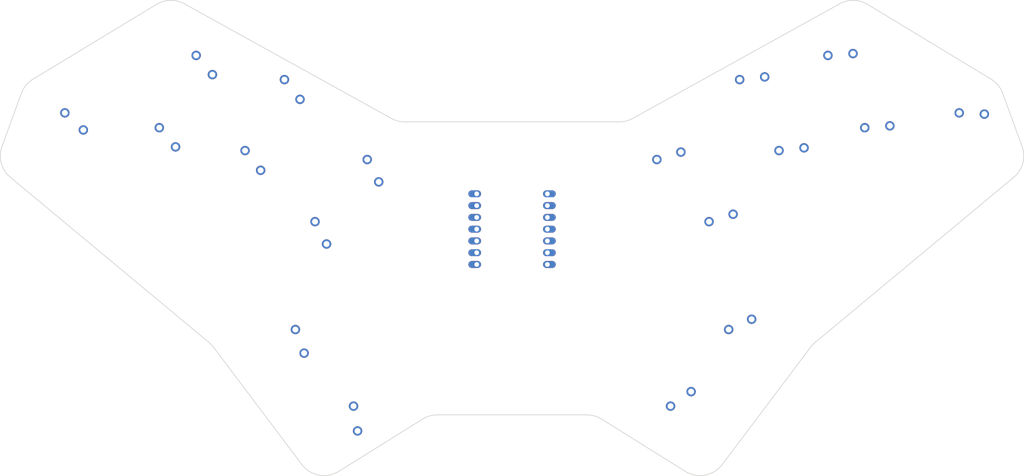
<source format=kicad_pcb>


(kicad_pcb (version 20171130) (host pcbnew 5.1.6)

  (page A3)
  (title_block
    (title "xs18")
    (rev "0.1")
    (company "Roming22")
  )

  (general
    (thickness 1.6)
  )

  (layers
    (0 F.Cu signal)
    (31 B.Cu signal)
    (32 B.Adhes user)
    (33 F.Adhes user)
    (34 B.Paste user)
    (35 F.Paste user)
    (36 B.SilkS user)
    (37 F.SilkS user)
    (38 B.Mask user)
    (39 F.Mask user)
    (40 Dwgs.User user)
    (41 Cmts.User user)
    (42 Eco1.User user)
    (43 Eco2.User user)
    (44 Edge.Cuts user)
    (45 Margin user)
    (46 B.CrtYd user)
    (47 F.CrtYd user)
    (48 B.Fab user)
    (49 F.Fab user)
  )

  (setup
    (last_trace_width 0.25)
    (trace_clearance 0.2)
    (zone_clearance 0.508)
    (zone_45_only no)
    (trace_min 0.2)
    (via_size 0.8)
    (via_drill 0.4)
    (via_min_size 0.4)
    (via_min_drill 0.3)
    (uvia_size 0.3)
    (uvia_drill 0.1)
    (uvias_allowed no)
    (uvia_min_size 0.2)
    (uvia_min_drill 0.1)
    (edge_width 0.05)
    (segment_width 0.2)
    (pcb_text_width 0.3)
    (pcb_text_size 1.5 1.5)
    (mod_edge_width 0.12)
    (mod_text_size 1 1)
    (mod_text_width 0.15)
    (pad_size 1.524 1.524)
    (pad_drill 0.762)
    (pad_to_mask_clearance 0.05)
    (aux_axis_origin 0 0)
    (visible_elements FFFFFF7F)
    (pcbplotparams
      (layerselection 0x010fc_ffffffff)
      (usegerberextensions false)
      (usegerberattributes true)
      (usegerberadvancedattributes true)
      (creategerberjobfile true)
      (excludeedgelayer true)
      (linewidth 0.100000)
      (plotframeref false)
      (viasonmask false)
      (mode 1)
      (useauxorigin false)
      (hpglpennumber 1)
      (hpglpenspeed 20)
      (hpglpendiameter 15.000000)
      (psnegative false)
      (psa4output false)
      (plotreference true)
      (plotvalue true)
      (plotinvisibletext false)
      (padsonsilk false)
      (subtractmaskfromsilk false)
      (outputformat 1)
      (mirror false)
      (drillshape 1)
      (scaleselection 1)
      (outputdirectory ""))
  )

  (net 0 "")
(net 1 "pinky_home")
(net 2 "P0")
(net 3 "ring_home")
(net 4 "P7")
(net 5 "ring_top")
(net 6 "middle_home")
(net 7 "P2")
(net 8 "middle_top")
(net 9 "index_home")
(net 10 "P1")
(net 11 "index_top")
(net 12 "mirror_pinky_home")
(net 13 "mirror_ring_home")
(net 14 "mirror_ring_top")
(net 15 "mirror_middle_home")
(net 16 "mirror_middle_top")
(net 17 "mirror_index_home")
(net 18 "mirror_index_top")
(net 19 "home_default")
(net 20 "outer_default")
(net 21 "mirror_home_default")
(net 22 "mirror_outer_default")
(net 23 "VCC5")
(net 24 "GND")
(net 25 "VCC3")
(net 26 "P26")
(net 27 "P27")
(net 28 "P28")
(net 29 "P29")
(net 30 "P6")
(net 31 "P4")
(net 32 "P5")

  (net_class Default "This is the default net class."
    (clearance 0.2)
    (trace_width 0.25)
    (via_dia 0.8)
    (via_drill 0.4)
    (uvia_dia 0.3)
    (uvia_drill 0.1)
    (add_net "")
(add_net "pinky_home")
(add_net "P0")
(add_net "ring_home")
(add_net "P7")
(add_net "ring_top")
(add_net "middle_home")
(add_net "P2")
(add_net "middle_top")
(add_net "index_home")
(add_net "P1")
(add_net "index_top")
(add_net "mirror_pinky_home")
(add_net "mirror_ring_home")
(add_net "mirror_ring_top")
(add_net "mirror_middle_home")
(add_net "mirror_middle_top")
(add_net "mirror_index_home")
(add_net "mirror_index_top")
(add_net "home_default")
(add_net "outer_default")
(add_net "mirror_home_default")
(add_net "mirror_outer_default")
(add_net "VCC5")
(add_net "GND")
(add_net "VCC3")
(add_net "P26")
(add_net "P27")
(add_net "P28")
(add_net "P29")
(add_net "P6")
(add_net "P4")
(add_net "P5")
  )

  
        
      (module PG1350 (layer F.Cu) (tedit 5DD50112)
      (at 121.0695081 166.8597441 -20)

      
      (fp_text reference "S1" (at 0 0) (layer F.SilkS) hide (effects (font (size 1.27 1.27) (thickness 0.15))))
      (fp_text value "" (at 0 0) (layer F.SilkS) hide (effects (font (size 1.27 1.27) (thickness 0.15))))

      
      (fp_line (start -7 -6) (end -7 -7) (layer Dwgs.User) (width 0.15))
      (fp_line (start -7 7) (end -6 7) (layer Dwgs.User) (width 0.15))
      (fp_line (start -6 -7) (end -7 -7) (layer Dwgs.User) (width 0.15))
      (fp_line (start -7 7) (end -7 6) (layer Dwgs.User) (width 0.15))
      (fp_line (start 7 6) (end 7 7) (layer Dwgs.User) (width 0.15))
      (fp_line (start 7 -7) (end 6 -7) (layer Dwgs.User) (width 0.15))
      (fp_line (start 6 7) (end 7 7) (layer Dwgs.User) (width 0.15))
      (fp_line (start 7 -7) (end 7 -6) (layer Dwgs.User) (width 0.15))      
      
      
      (pad "" np_thru_hole circle (at 0 0) (size 3.429 3.429) (drill 3.429) (layers *.Cu *.Mask))
        
      
      (pad "" np_thru_hole circle (at 5.5 0) (size 1.7018 1.7018) (drill 1.7018) (layers *.Cu *.Mask))
      (pad "" np_thru_hole circle (at -5.5 0) (size 1.7018 1.7018) (drill 1.7018) (layers *.Cu *.Mask))
      
        
        
            
            (pad 1 thru_hole circle (at 5 -3.8) (size 2.032 2.032) (drill 1.27) (layers *.Cu *.Mask) (net 1 "pinky_home"))
            (pad 2 thru_hole circle (at 0 -5.9) (size 2.032 2.032) (drill 1.27) (layers *.Cu *.Mask) (net 2 "P0"))
          )
        

        
      (module PG1350 (layer F.Cu) (tedit 5DD50112)
      (at 140.7615948 169.7703664 -27)

      
      (fp_text reference "S2" (at 0 0) (layer F.SilkS) hide (effects (font (size 1.27 1.27) (thickness 0.15))))
      (fp_text value "" (at 0 0) (layer F.SilkS) hide (effects (font (size 1.27 1.27) (thickness 0.15))))

      
      (fp_line (start -7 -6) (end -7 -7) (layer Dwgs.User) (width 0.15))
      (fp_line (start -7 7) (end -6 7) (layer Dwgs.User) (width 0.15))
      (fp_line (start -6 -7) (end -7 -7) (layer Dwgs.User) (width 0.15))
      (fp_line (start -7 7) (end -7 6) (layer Dwgs.User) (width 0.15))
      (fp_line (start 7 6) (end 7 7) (layer Dwgs.User) (width 0.15))
      (fp_line (start 7 -7) (end 6 -7) (layer Dwgs.User) (width 0.15))
      (fp_line (start 6 7) (end 7 7) (layer Dwgs.User) (width 0.15))
      (fp_line (start 7 -7) (end 7 -6) (layer Dwgs.User) (width 0.15))      
      
      
      (pad "" np_thru_hole circle (at 0 0) (size 3.429 3.429) (drill 3.429) (layers *.Cu *.Mask))
        
      
      (pad "" np_thru_hole circle (at 5.5 0) (size 1.7018 1.7018) (drill 1.7018) (layers *.Cu *.Mask))
      (pad "" np_thru_hole circle (at -5.5 0) (size 1.7018 1.7018) (drill 1.7018) (layers *.Cu *.Mask))
      
        
        
            
            (pad 1 thru_hole circle (at 5 -3.8) (size 2.032 2.032) (drill 1.27) (layers *.Cu *.Mask) (net 3 "ring_home"))
            (pad 2 thru_hole circle (at 0 -5.9) (size 2.032 2.032) (drill 1.27) (layers *.Cu *.Mask) (net 4 "P7"))
          )
        

        
      (module PG1350 (layer F.Cu) (tedit 5DD50112)
      (at 148.7064285 154.1777522 -27)

      
      (fp_text reference "S3" (at 0 0) (layer F.SilkS) hide (effects (font (size 1.27 1.27) (thickness 0.15))))
      (fp_text value "" (at 0 0) (layer F.SilkS) hide (effects (font (size 1.27 1.27) (thickness 0.15))))

      
      (fp_line (start -7 -6) (end -7 -7) (layer Dwgs.User) (width 0.15))
      (fp_line (start -7 7) (end -6 7) (layer Dwgs.User) (width 0.15))
      (fp_line (start -6 -7) (end -7 -7) (layer Dwgs.User) (width 0.15))
      (fp_line (start -7 7) (end -7 6) (layer Dwgs.User) (width 0.15))
      (fp_line (start 7 6) (end 7 7) (layer Dwgs.User) (width 0.15))
      (fp_line (start 7 -7) (end 6 -7) (layer Dwgs.User) (width 0.15))
      (fp_line (start 6 7) (end 7 7) (layer Dwgs.User) (width 0.15))
      (fp_line (start 7 -7) (end 7 -6) (layer Dwgs.User) (width 0.15))      
      
      
      (pad "" np_thru_hole circle (at 0 0) (size 3.429 3.429) (drill 3.429) (layers *.Cu *.Mask))
        
      
      (pad "" np_thru_hole circle (at 5.5 0) (size 1.7018 1.7018) (drill 1.7018) (layers *.Cu *.Mask))
      (pad "" np_thru_hole circle (at -5.5 0) (size 1.7018 1.7018) (drill 1.7018) (layers *.Cu *.Mask))
      
        
        
            
            (pad 1 thru_hole circle (at 5 -3.8) (size 2.032 2.032) (drill 1.27) (layers *.Cu *.Mask) (net 5 "ring_top"))
            (pad 2 thru_hole circle (at 0 -5.9) (size 2.032 2.032) (drill 1.27) (layers *.Cu *.Mask) (net 4 "P7"))
          )
        

        
      (module PG1350 (layer F.Cu) (tedit 5DD50112)
      (at 159.0611775 174.6051646 -29)

      
      (fp_text reference "S4" (at 0 0) (layer F.SilkS) hide (effects (font (size 1.27 1.27) (thickness 0.15))))
      (fp_text value "" (at 0 0) (layer F.SilkS) hide (effects (font (size 1.27 1.27) (thickness 0.15))))

      
      (fp_line (start -7 -6) (end -7 -7) (layer Dwgs.User) (width 0.15))
      (fp_line (start -7 7) (end -6 7) (layer Dwgs.User) (width 0.15))
      (fp_line (start -6 -7) (end -7 -7) (layer Dwgs.User) (width 0.15))
      (fp_line (start -7 7) (end -7 6) (layer Dwgs.User) (width 0.15))
      (fp_line (start 7 6) (end 7 7) (layer Dwgs.User) (width 0.15))
      (fp_line (start 7 -7) (end 6 -7) (layer Dwgs.User) (width 0.15))
      (fp_line (start 6 7) (end 7 7) (layer Dwgs.User) (width 0.15))
      (fp_line (start 7 -7) (end 7 -6) (layer Dwgs.User) (width 0.15))      
      
      
      (pad "" np_thru_hole circle (at 0 0) (size 3.429 3.429) (drill 3.429) (layers *.Cu *.Mask))
        
      
      (pad "" np_thru_hole circle (at 5.5 0) (size 1.7018 1.7018) (drill 1.7018) (layers *.Cu *.Mask))
      (pad "" np_thru_hole circle (at -5.5 0) (size 1.7018 1.7018) (drill 1.7018) (layers *.Cu *.Mask))
      
        
        
            
            (pad 1 thru_hole circle (at 5 -3.8) (size 2.032 2.032) (drill 1.27) (layers *.Cu *.Mask) (net 6 "middle_home"))
            (pad 2 thru_hole circle (at 0 -5.9) (size 2.032 2.032) (drill 1.27) (layers *.Cu *.Mask) (net 7 "P2"))
          )
        

        
      (module PG1350 (layer F.Cu) (tedit 5DD50112)
      (at 167.5453458 159.2993197 -29)

      
      (fp_text reference "S5" (at 0 0) (layer F.SilkS) hide (effects (font (size 1.27 1.27) (thickness 0.15))))
      (fp_text value "" (at 0 0) (layer F.SilkS) hide (effects (font (size 1.27 1.27) (thickness 0.15))))

      
      (fp_line (start -7 -6) (end -7 -7) (layer Dwgs.User) (width 0.15))
      (fp_line (start -7 7) (end -6 7) (layer Dwgs.User) (width 0.15))
      (fp_line (start -6 -7) (end -7 -7) (layer Dwgs.User) (width 0.15))
      (fp_line (start -7 7) (end -7 6) (layer Dwgs.User) (width 0.15))
      (fp_line (start 7 6) (end 7 7) (layer Dwgs.User) (width 0.15))
      (fp_line (start 7 -7) (end 6 -7) (layer Dwgs.User) (width 0.15))
      (fp_line (start 6 7) (end 7 7) (layer Dwgs.User) (width 0.15))
      (fp_line (start 7 -7) (end 7 -6) (layer Dwgs.User) (width 0.15))      
      
      
      (pad "" np_thru_hole circle (at 0 0) (size 3.429 3.429) (drill 3.429) (layers *.Cu *.Mask))
        
      
      (pad "" np_thru_hole circle (at 5.5 0) (size 1.7018 1.7018) (drill 1.7018) (layers *.Cu *.Mask))
      (pad "" np_thru_hole circle (at -5.5 0) (size 1.7018 1.7018) (drill 1.7018) (layers *.Cu *.Mask))
      
        
        
            
            (pad 1 thru_hole circle (at 5 -3.8) (size 2.032 2.032) (drill 1.27) (layers *.Cu *.Mask) (net 8 "middle_top"))
            (pad 2 thru_hole circle (at 0 -5.9) (size 2.032 2.032) (drill 1.27) (layers *.Cu *.Mask) (net 7 "P2"))
          )
        

        
      (module PG1350 (layer F.Cu) (tedit 5DD50112)
      (at 173.2074041 189.3066705 -40)

      
      (fp_text reference "S6" (at 0 0) (layer F.SilkS) hide (effects (font (size 1.27 1.27) (thickness 0.15))))
      (fp_text value "" (at 0 0) (layer F.SilkS) hide (effects (font (size 1.27 1.27) (thickness 0.15))))

      
      (fp_line (start -7 -6) (end -7 -7) (layer Dwgs.User) (width 0.15))
      (fp_line (start -7 7) (end -6 7) (layer Dwgs.User) (width 0.15))
      (fp_line (start -6 -7) (end -7 -7) (layer Dwgs.User) (width 0.15))
      (fp_line (start -7 7) (end -7 6) (layer Dwgs.User) (width 0.15))
      (fp_line (start 7 6) (end 7 7) (layer Dwgs.User) (width 0.15))
      (fp_line (start 7 -7) (end 6 -7) (layer Dwgs.User) (width 0.15))
      (fp_line (start 6 7) (end 7 7) (layer Dwgs.User) (width 0.15))
      (fp_line (start 7 -7) (end 7 -6) (layer Dwgs.User) (width 0.15))      
      
      
      (pad "" np_thru_hole circle (at 0 0) (size 3.429 3.429) (drill 3.429) (layers *.Cu *.Mask))
        
      
      (pad "" np_thru_hole circle (at 5.5 0) (size 1.7018 1.7018) (drill 1.7018) (layers *.Cu *.Mask))
      (pad "" np_thru_hole circle (at -5.5 0) (size 1.7018 1.7018) (drill 1.7018) (layers *.Cu *.Mask))
      
        
        
            
            (pad 1 thru_hole circle (at 5 -3.8) (size 2.032 2.032) (drill 1.27) (layers *.Cu *.Mask) (net 9 "index_home"))
            (pad 2 thru_hole circle (at 0 -5.9) (size 2.032 2.032) (drill 1.27) (layers *.Cu *.Mask) (net 10 "P1"))
          )
        

        
      (module PG1350 (layer F.Cu) (tedit 5DD50112)
      (at 184.4561872 175.9008927 -40)

      
      (fp_text reference "S7" (at 0 0) (layer F.SilkS) hide (effects (font (size 1.27 1.27) (thickness 0.15))))
      (fp_text value "" (at 0 0) (layer F.SilkS) hide (effects (font (size 1.27 1.27) (thickness 0.15))))

      
      (fp_line (start -7 -6) (end -7 -7) (layer Dwgs.User) (width 0.15))
      (fp_line (start -7 7) (end -6 7) (layer Dwgs.User) (width 0.15))
      (fp_line (start -6 -7) (end -7 -7) (layer Dwgs.User) (width 0.15))
      (fp_line (start -7 7) (end -7 6) (layer Dwgs.User) (width 0.15))
      (fp_line (start 7 6) (end 7 7) (layer Dwgs.User) (width 0.15))
      (fp_line (start 7 -7) (end 6 -7) (layer Dwgs.User) (width 0.15))
      (fp_line (start 6 7) (end 7 7) (layer Dwgs.User) (width 0.15))
      (fp_line (start 7 -7) (end 7 -6) (layer Dwgs.User) (width 0.15))      
      
      
      (pad "" np_thru_hole circle (at 0 0) (size 3.429 3.429) (drill 3.429) (layers *.Cu *.Mask))
        
      
      (pad "" np_thru_hole circle (at 5.5 0) (size 1.7018 1.7018) (drill 1.7018) (layers *.Cu *.Mask))
      (pad "" np_thru_hole circle (at -5.5 0) (size 1.7018 1.7018) (drill 1.7018) (layers *.Cu *.Mask))
      
        
        
            
            (pad 1 thru_hole circle (at 5 -3.8) (size 2.032 2.032) (drill 1.27) (layers *.Cu *.Mask) (net 11 "index_top"))
            (pad 2 thru_hole circle (at 0 -5.9) (size 2.032 2.032) (drill 1.27) (layers *.Cu *.Mask) (net 10 "P1"))
          )
        

        
      (module PG1350 (layer F.Cu) (tedit 5DD50112)
      (at 317.84286629999997 166.8597441 20)

      
      (fp_text reference "S8" (at 0 0) (layer F.SilkS) hide (effects (font (size 1.27 1.27) (thickness 0.15))))
      (fp_text value "" (at 0 0) (layer F.SilkS) hide (effects (font (size 1.27 1.27) (thickness 0.15))))

      
      (fp_line (start -7 -6) (end -7 -7) (layer Dwgs.User) (width 0.15))
      (fp_line (start -7 7) (end -6 7) (layer Dwgs.User) (width 0.15))
      (fp_line (start -6 -7) (end -7 -7) (layer Dwgs.User) (width 0.15))
      (fp_line (start -7 7) (end -7 6) (layer Dwgs.User) (width 0.15))
      (fp_line (start 7 6) (end 7 7) (layer Dwgs.User) (width 0.15))
      (fp_line (start 7 -7) (end 6 -7) (layer Dwgs.User) (width 0.15))
      (fp_line (start 6 7) (end 7 7) (layer Dwgs.User) (width 0.15))
      (fp_line (start 7 -7) (end 7 -6) (layer Dwgs.User) (width 0.15))      
      
      
      (pad "" np_thru_hole circle (at 0 0) (size 3.429 3.429) (drill 3.429) (layers *.Cu *.Mask))
        
      
      (pad "" np_thru_hole circle (at 5.5 0) (size 1.7018 1.7018) (drill 1.7018) (layers *.Cu *.Mask))
      (pad "" np_thru_hole circle (at -5.5 0) (size 1.7018 1.7018) (drill 1.7018) (layers *.Cu *.Mask))
      
        
        
            
            (pad 1 thru_hole circle (at 5 -3.8) (size 2.032 2.032) (drill 1.27) (layers *.Cu *.Mask) (net 12 "mirror_pinky_home"))
            (pad 2 thru_hole circle (at 0 -5.9) (size 2.032 2.032) (drill 1.27) (layers *.Cu *.Mask) (net 10 "P1"))
          )
        

        
      (module PG1350 (layer F.Cu) (tedit 5DD50112)
      (at 298.15077959999996 169.7703664 27)

      
      (fp_text reference "S9" (at 0 0) (layer F.SilkS) hide (effects (font (size 1.27 1.27) (thickness 0.15))))
      (fp_text value "" (at 0 0) (layer F.SilkS) hide (effects (font (size 1.27 1.27) (thickness 0.15))))

      
      (fp_line (start -7 -6) (end -7 -7) (layer Dwgs.User) (width 0.15))
      (fp_line (start -7 7) (end -6 7) (layer Dwgs.User) (width 0.15))
      (fp_line (start -6 -7) (end -7 -7) (layer Dwgs.User) (width 0.15))
      (fp_line (start -7 7) (end -7 6) (layer Dwgs.User) (width 0.15))
      (fp_line (start 7 6) (end 7 7) (layer Dwgs.User) (width 0.15))
      (fp_line (start 7 -7) (end 6 -7) (layer Dwgs.User) (width 0.15))
      (fp_line (start 6 7) (end 7 7) (layer Dwgs.User) (width 0.15))
      (fp_line (start 7 -7) (end 7 -6) (layer Dwgs.User) (width 0.15))      
      
      
      (pad "" np_thru_hole circle (at 0 0) (size 3.429 3.429) (drill 3.429) (layers *.Cu *.Mask))
        
      
      (pad "" np_thru_hole circle (at 5.5 0) (size 1.7018 1.7018) (drill 1.7018) (layers *.Cu *.Mask))
      (pad "" np_thru_hole circle (at -5.5 0) (size 1.7018 1.7018) (drill 1.7018) (layers *.Cu *.Mask))
      
        
        
            
            (pad 1 thru_hole circle (at 5 -3.8) (size 2.032 2.032) (drill 1.27) (layers *.Cu *.Mask) (net 13 "mirror_ring_home"))
            (pad 2 thru_hole circle (at 0 -5.9) (size 2.032 2.032) (drill 1.27) (layers *.Cu *.Mask) (net 7 "P2"))
          )
        

        
      (module PG1350 (layer F.Cu) (tedit 5DD50112)
      (at 290.20594589999996 154.1777522 27)

      
      (fp_text reference "S10" (at 0 0) (layer F.SilkS) hide (effects (font (size 1.27 1.27) (thickness 0.15))))
      (fp_text value "" (at 0 0) (layer F.SilkS) hide (effects (font (size 1.27 1.27) (thickness 0.15))))

      
      (fp_line (start -7 -6) (end -7 -7) (layer Dwgs.User) (width 0.15))
      (fp_line (start -7 7) (end -6 7) (layer Dwgs.User) (width 0.15))
      (fp_line (start -6 -7) (end -7 -7) (layer Dwgs.User) (width 0.15))
      (fp_line (start -7 7) (end -7 6) (layer Dwgs.User) (width 0.15))
      (fp_line (start 7 6) (end 7 7) (layer Dwgs.User) (width 0.15))
      (fp_line (start 7 -7) (end 6 -7) (layer Dwgs.User) (width 0.15))
      (fp_line (start 6 7) (end 7 7) (layer Dwgs.User) (width 0.15))
      (fp_line (start 7 -7) (end 7 -6) (layer Dwgs.User) (width 0.15))      
      
      
      (pad "" np_thru_hole circle (at 0 0) (size 3.429 3.429) (drill 3.429) (layers *.Cu *.Mask))
        
      
      (pad "" np_thru_hole circle (at 5.5 0) (size 1.7018 1.7018) (drill 1.7018) (layers *.Cu *.Mask))
      (pad "" np_thru_hole circle (at -5.5 0) (size 1.7018 1.7018) (drill 1.7018) (layers *.Cu *.Mask))
      
        
        
            
            (pad 1 thru_hole circle (at 5 -3.8) (size 2.032 2.032) (drill 1.27) (layers *.Cu *.Mask) (net 14 "mirror_ring_top"))
            (pad 2 thru_hole circle (at 0 -5.9) (size 2.032 2.032) (drill 1.27) (layers *.Cu *.Mask) (net 7 "P2"))
          )
        

        
      (module PG1350 (layer F.Cu) (tedit 5DD50112)
      (at 279.8511969 174.6051646 29)

      
      (fp_text reference "S11" (at 0 0) (layer F.SilkS) hide (effects (font (size 1.27 1.27) (thickness 0.15))))
      (fp_text value "" (at 0 0) (layer F.SilkS) hide (effects (font (size 1.27 1.27) (thickness 0.15))))

      
      (fp_line (start -7 -6) (end -7 -7) (layer Dwgs.User) (width 0.15))
      (fp_line (start -7 7) (end -6 7) (layer Dwgs.User) (width 0.15))
      (fp_line (start -6 -7) (end -7 -7) (layer Dwgs.User) (width 0.15))
      (fp_line (start -7 7) (end -7 6) (layer Dwgs.User) (width 0.15))
      (fp_line (start 7 6) (end 7 7) (layer Dwgs.User) (width 0.15))
      (fp_line (start 7 -7) (end 6 -7) (layer Dwgs.User) (width 0.15))
      (fp_line (start 6 7) (end 7 7) (layer Dwgs.User) (width 0.15))
      (fp_line (start 7 -7) (end 7 -6) (layer Dwgs.User) (width 0.15))      
      
      
      (pad "" np_thru_hole circle (at 0 0) (size 3.429 3.429) (drill 3.429) (layers *.Cu *.Mask))
        
      
      (pad "" np_thru_hole circle (at 5.5 0) (size 1.7018 1.7018) (drill 1.7018) (layers *.Cu *.Mask))
      (pad "" np_thru_hole circle (at -5.5 0) (size 1.7018 1.7018) (drill 1.7018) (layers *.Cu *.Mask))
      
        
        
            
            (pad 1 thru_hole circle (at 5 -3.8) (size 2.032 2.032) (drill 1.27) (layers *.Cu *.Mask) (net 15 "mirror_middle_home"))
            (pad 2 thru_hole circle (at 0 -5.9) (size 2.032 2.032) (drill 1.27) (layers *.Cu *.Mask) (net 4 "P7"))
          )
        

        
      (module PG1350 (layer F.Cu) (tedit 5DD50112)
      (at 271.36702859999997 159.2993197 29)

      
      (fp_text reference "S12" (at 0 0) (layer F.SilkS) hide (effects (font (size 1.27 1.27) (thickness 0.15))))
      (fp_text value "" (at 0 0) (layer F.SilkS) hide (effects (font (size 1.27 1.27) (thickness 0.15))))

      
      (fp_line (start -7 -6) (end -7 -7) (layer Dwgs.User) (width 0.15))
      (fp_line (start -7 7) (end -6 7) (layer Dwgs.User) (width 0.15))
      (fp_line (start -6 -7) (end -7 -7) (layer Dwgs.User) (width 0.15))
      (fp_line (start -7 7) (end -7 6) (layer Dwgs.User) (width 0.15))
      (fp_line (start 7 6) (end 7 7) (layer Dwgs.User) (width 0.15))
      (fp_line (start 7 -7) (end 6 -7) (layer Dwgs.User) (width 0.15))
      (fp_line (start 6 7) (end 7 7) (layer Dwgs.User) (width 0.15))
      (fp_line (start 7 -7) (end 7 -6) (layer Dwgs.User) (width 0.15))      
      
      
      (pad "" np_thru_hole circle (at 0 0) (size 3.429 3.429) (drill 3.429) (layers *.Cu *.Mask))
        
      
      (pad "" np_thru_hole circle (at 5.5 0) (size 1.7018 1.7018) (drill 1.7018) (layers *.Cu *.Mask))
      (pad "" np_thru_hole circle (at -5.5 0) (size 1.7018 1.7018) (drill 1.7018) (layers *.Cu *.Mask))
      
        
        
            
            (pad 1 thru_hole circle (at 5 -3.8) (size 2.032 2.032) (drill 1.27) (layers *.Cu *.Mask) (net 16 "mirror_middle_top"))
            (pad 2 thru_hole circle (at 0 -5.9) (size 2.032 2.032) (drill 1.27) (layers *.Cu *.Mask) (net 4 "P7"))
          )
        

        
      (module PG1350 (layer F.Cu) (tedit 5DD50112)
      (at 265.7049703 189.3066705 40)

      
      (fp_text reference "S13" (at 0 0) (layer F.SilkS) hide (effects (font (size 1.27 1.27) (thickness 0.15))))
      (fp_text value "" (at 0 0) (layer F.SilkS) hide (effects (font (size 1.27 1.27) (thickness 0.15))))

      
      (fp_line (start -7 -6) (end -7 -7) (layer Dwgs.User) (width 0.15))
      (fp_line (start -7 7) (end -6 7) (layer Dwgs.User) (width 0.15))
      (fp_line (start -6 -7) (end -7 -7) (layer Dwgs.User) (width 0.15))
      (fp_line (start -7 7) (end -7 6) (layer Dwgs.User) (width 0.15))
      (fp_line (start 7 6) (end 7 7) (layer Dwgs.User) (width 0.15))
      (fp_line (start 7 -7) (end 6 -7) (layer Dwgs.User) (width 0.15))
      (fp_line (start 6 7) (end 7 7) (layer Dwgs.User) (width 0.15))
      (fp_line (start 7 -7) (end 7 -6) (layer Dwgs.User) (width 0.15))      
      
      
      (pad "" np_thru_hole circle (at 0 0) (size 3.429 3.429) (drill 3.429) (layers *.Cu *.Mask))
        
      
      (pad "" np_thru_hole circle (at 5.5 0) (size 1.7018 1.7018) (drill 1.7018) (layers *.Cu *.Mask))
      (pad "" np_thru_hole circle (at -5.5 0) (size 1.7018 1.7018) (drill 1.7018) (layers *.Cu *.Mask))
      
        
        
            
            (pad 1 thru_hole circle (at 5 -3.8) (size 2.032 2.032) (drill 1.27) (layers *.Cu *.Mask) (net 17 "mirror_index_home"))
            (pad 2 thru_hole circle (at 0 -5.9) (size 2.032 2.032) (drill 1.27) (layers *.Cu *.Mask) (net 2 "P0"))
          )
        

        
      (module PG1350 (layer F.Cu) (tedit 5DD50112)
      (at 254.4561872 175.9008927 40)

      
      (fp_text reference "S14" (at 0 0) (layer F.SilkS) hide (effects (font (size 1.27 1.27) (thickness 0.15))))
      (fp_text value "" (at 0 0) (layer F.SilkS) hide (effects (font (size 1.27 1.27) (thickness 0.15))))

      
      (fp_line (start -7 -6) (end -7 -7) (layer Dwgs.User) (width 0.15))
      (fp_line (start -7 7) (end -6 7) (layer Dwgs.User) (width 0.15))
      (fp_line (start -6 -7) (end -7 -7) (layer Dwgs.User) (width 0.15))
      (fp_line (start -7 7) (end -7 6) (layer Dwgs.User) (width 0.15))
      (fp_line (start 7 6) (end 7 7) (layer Dwgs.User) (width 0.15))
      (fp_line (start 7 -7) (end 6 -7) (layer Dwgs.User) (width 0.15))
      (fp_line (start 6 7) (end 7 7) (layer Dwgs.User) (width 0.15))
      (fp_line (start 7 -7) (end 7 -6) (layer Dwgs.User) (width 0.15))      
      
      
      (pad "" np_thru_hole circle (at 0 0) (size 3.429 3.429) (drill 3.429) (layers *.Cu *.Mask))
        
      
      (pad "" np_thru_hole circle (at 5.5 0) (size 1.7018 1.7018) (drill 1.7018) (layers *.Cu *.Mask))
      (pad "" np_thru_hole circle (at -5.5 0) (size 1.7018 1.7018) (drill 1.7018) (layers *.Cu *.Mask))
      
        
        
            
            (pad 1 thru_hole circle (at 5 -3.8) (size 2.032 2.032) (drill 1.27) (layers *.Cu *.Mask) (net 18 "mirror_index_top"))
            (pad 2 thru_hole circle (at 0 -5.9) (size 2.032 2.032) (drill 1.27) (layers *.Cu *.Mask) (net 2 "P0"))
          )
        

        
      (module PG1350 (layer F.Cu) (tedit 5DD50112)
      (at 168.45674699999998 212.0812453 -47)

      
      (fp_text reference "S15" (at 0 0) (layer F.SilkS) hide (effects (font (size 1.27 1.27) (thickness 0.15))))
      (fp_text value "" (at 0 0) (layer F.SilkS) hide (effects (font (size 1.27 1.27) (thickness 0.15))))

      
      (fp_line (start -7 -6) (end -7 -7) (layer Dwgs.User) (width 0.15))
      (fp_line (start -7 7) (end -6 7) (layer Dwgs.User) (width 0.15))
      (fp_line (start -6 -7) (end -7 -7) (layer Dwgs.User) (width 0.15))
      (fp_line (start -7 7) (end -7 6) (layer Dwgs.User) (width 0.15))
      (fp_line (start 7 6) (end 7 7) (layer Dwgs.User) (width 0.15))
      (fp_line (start 7 -7) (end 6 -7) (layer Dwgs.User) (width 0.15))
      (fp_line (start 6 7) (end 7 7) (layer Dwgs.User) (width 0.15))
      (fp_line (start 7 -7) (end 7 -6) (layer Dwgs.User) (width 0.15))      
      
      
      (pad "" np_thru_hole circle (at 0 0) (size 3.429 3.429) (drill 3.429) (layers *.Cu *.Mask))
        
      
      (pad "" np_thru_hole circle (at 5.5 0) (size 1.7018 1.7018) (drill 1.7018) (layers *.Cu *.Mask))
      (pad "" np_thru_hole circle (at -5.5 0) (size 1.7018 1.7018) (drill 1.7018) (layers *.Cu *.Mask))
      
        
        
            
            (pad 1 thru_hole circle (at 5 -3.8) (size 2.032 2.032) (drill 1.27) (layers *.Cu *.Mask) (net 19 "home_default"))
            (pad 2 thru_hole circle (at 0 -5.9) (size 2.032 2.032) (drill 1.27) (layers *.Cu *.Mask) (net 2 "P0"))
          )
        

        
      (module PG1350 (layer F.Cu) (tedit 5DD50112)
      (at 180.29300759999998 227.7066392 -58)

      
      (fp_text reference "S16" (at 0 0) (layer F.SilkS) hide (effects (font (size 1.27 1.27) (thickness 0.15))))
      (fp_text value "" (at 0 0) (layer F.SilkS) hide (effects (font (size 1.27 1.27) (thickness 0.15))))

      
      (fp_line (start -7 -6) (end -7 -7) (layer Dwgs.User) (width 0.15))
      (fp_line (start -7 7) (end -6 7) (layer Dwgs.User) (width 0.15))
      (fp_line (start -6 -7) (end -7 -7) (layer Dwgs.User) (width 0.15))
      (fp_line (start -7 7) (end -7 6) (layer Dwgs.User) (width 0.15))
      (fp_line (start 7 6) (end 7 7) (layer Dwgs.User) (width 0.15))
      (fp_line (start 7 -7) (end 6 -7) (layer Dwgs.User) (width 0.15))
      (fp_line (start 6 7) (end 7 7) (layer Dwgs.User) (width 0.15))
      (fp_line (start 7 -7) (end 7 -6) (layer Dwgs.User) (width 0.15))      
      
      
      (pad "" np_thru_hole circle (at 0 0) (size 3.429 3.429) (drill 3.429) (layers *.Cu *.Mask))
        
      
      (pad "" np_thru_hole circle (at 5.5 0) (size 1.7018 1.7018) (drill 1.7018) (layers *.Cu *.Mask))
      (pad "" np_thru_hole circle (at -5.5 0) (size 1.7018 1.7018) (drill 1.7018) (layers *.Cu *.Mask))
      
        
        
            
            (pad 1 thru_hole circle (at 5 -3.8) (size 2.032 2.032) (drill 1.27) (layers *.Cu *.Mask) (net 20 "outer_default"))
            (pad 2 thru_hole circle (at 0 -5.9) (size 2.032 2.032) (drill 1.27) (layers *.Cu *.Mask) (net 4 "P7"))
          )
        

        
      (module PG1350 (layer F.Cu) (tedit 5DD50112)
      (at 270.4556274 212.0812453 47)

      
      (fp_text reference "S17" (at 0 0) (layer F.SilkS) hide (effects (font (size 1.27 1.27) (thickness 0.15))))
      (fp_text value "" (at 0 0) (layer F.SilkS) hide (effects (font (size 1.27 1.27) (thickness 0.15))))

      
      (fp_line (start -7 -6) (end -7 -7) (layer Dwgs.User) (width 0.15))
      (fp_line (start -7 7) (end -6 7) (layer Dwgs.User) (width 0.15))
      (fp_line (start -6 -7) (end -7 -7) (layer Dwgs.User) (width 0.15))
      (fp_line (start -7 7) (end -7 6) (layer Dwgs.User) (width 0.15))
      (fp_line (start 7 6) (end 7 7) (layer Dwgs.User) (width 0.15))
      (fp_line (start 7 -7) (end 6 -7) (layer Dwgs.User) (width 0.15))
      (fp_line (start 6 7) (end 7 7) (layer Dwgs.User) (width 0.15))
      (fp_line (start 7 -7) (end 7 -6) (layer Dwgs.User) (width 0.15))      
      
      
      (pad "" np_thru_hole circle (at 0 0) (size 3.429 3.429) (drill 3.429) (layers *.Cu *.Mask))
        
      
      (pad "" np_thru_hole circle (at 5.5 0) (size 1.7018 1.7018) (drill 1.7018) (layers *.Cu *.Mask))
      (pad "" np_thru_hole circle (at -5.5 0) (size 1.7018 1.7018) (drill 1.7018) (layers *.Cu *.Mask))
      
        
        
            
            (pad 1 thru_hole circle (at 5 -3.8) (size 2.032 2.032) (drill 1.27) (layers *.Cu *.Mask) (net 21 "mirror_home_default"))
            (pad 2 thru_hole circle (at 0 -5.9) (size 2.032 2.032) (drill 1.27) (layers *.Cu *.Mask) (net 10 "P1"))
          )
        

        
      (module PG1350 (layer F.Cu) (tedit 5DD50112)
      (at 258.61936679999997 227.7066392 58)

      
      (fp_text reference "S18" (at 0 0) (layer F.SilkS) hide (effects (font (size 1.27 1.27) (thickness 0.15))))
      (fp_text value "" (at 0 0) (layer F.SilkS) hide (effects (font (size 1.27 1.27) (thickness 0.15))))

      
      (fp_line (start -7 -6) (end -7 -7) (layer Dwgs.User) (width 0.15))
      (fp_line (start -7 7) (end -6 7) (layer Dwgs.User) (width 0.15))
      (fp_line (start -6 -7) (end -7 -7) (layer Dwgs.User) (width 0.15))
      (fp_line (start -7 7) (end -7 6) (layer Dwgs.User) (width 0.15))
      (fp_line (start 7 6) (end 7 7) (layer Dwgs.User) (width 0.15))
      (fp_line (start 7 -7) (end 6 -7) (layer Dwgs.User) (width 0.15))
      (fp_line (start 6 7) (end 7 7) (layer Dwgs.User) (width 0.15))
      (fp_line (start 7 -7) (end 7 -6) (layer Dwgs.User) (width 0.15))      
      
      
      (pad "" np_thru_hole circle (at 0 0) (size 3.429 3.429) (drill 3.429) (layers *.Cu *.Mask))
        
      
      (pad "" np_thru_hole circle (at 5.5 0) (size 1.7018 1.7018) (drill 1.7018) (layers *.Cu *.Mask))
      (pad "" np_thru_hole circle (at -5.5 0) (size 1.7018 1.7018) (drill 1.7018) (layers *.Cu *.Mask))
      
        
        
            
            (pad 1 thru_hole circle (at 5 -3.8) (size 2.032 2.032) (drill 1.27) (layers *.Cu *.Mask) (net 22 "mirror_outer_default"))
            (pad 2 thru_hole circle (at 0 -5.9) (size 2.032 2.032) (drill 1.27) (layers *.Cu *.Mask) (net 7 "P2"))
          )
        
(
        
        footprint "xiao-ble" (layer "F.Cu") (tedit 61D90095) 
        (at 219.4561872 186.4008927 0) 
        (attr smd exclude_from_pos_files) 
        (fp_text reference "MCU1" (at -19.3989 -11.28268 0) (layer "F.SilkS") hide (effects (font (size 0.889 0.889) (thickness 0.1016))) (tstamp 1c479411-a194-4685-8eeb-e81966c16c7f)) 
        (fp_text value "" (at -19.8434 -0.29718 0) (layer "F.SilkS") hide (effects (font (size 0.6096 0.6096) (thickness 0.0762))) (tstamp d811e9ac-fc59-4c9b-8d93-83a5a9c048b6)) 
        (fp_rect (start -8.89 10.5) (end 8.89 -10.5) (layer "Dwgs.User") (width 0.12) (fill none) (tstamp 116e44aa-10c6-4541-8b90-5b7a2f5434bd)) 
        (fp_rect (start 3.350197 -6.785813) (end 5.128197 -4.118813) (layer "Dwgs.User") (width 0.12) (fill none) (tstamp a1111a45-eeef-42a4-8ca2-b88859685c82)) 
        (fp_rect (start -3.507811 -8.182813) (end -5.285811 -10.849813) (layer "Dwgs.User") (width 0.12) (fill none) (tstamp a6f271d5-ba8a-454d-80cb-5f2f863f2343)) 
        (fp_rect (start 3.350197 -10.849813) (end 5.128197 -8.182813) (layer "Dwgs.User") (width 0.12) (fill none) (tstamp bb88374b-bed5-4557-ac17-b524808b3664)) 
        (fp_rect (start -5.285811 -6.785813) (end -3.507811 -4.118813) (layer "Dwgs.User") (width 0.12) (fill none) (tstamp f5248a36-36cb-4bf1-a463-d1ff91adf3ac))
        (model "board/sessile.3dshapes/XIAO-nRF52840 v15.step" (offset (xyz 6.1 -1.7 3.5)) (scale (xyz 1 1 1)) (rotate (xyz -90 0 -90)))
        
        
        (at 219.4561872 186.4008927 0)
        (pad 1 thru_hole oval (at 7.62 -7.62 0) (size 2.75 1.5) (drill 1 (offset 0.425 0)) (layers *.Cu *.Mask) (tstamp 8a11f86e-586e-495d-a11e-a1e650589934) (net 23 "VCC5")) 
        (pad 2 thru_hole oval (at 7.62 -5.08 0) (size 2.75 1.5) (drill 1 (offset 0.425 0)) (layers *.Cu *.Mask) (tstamp e4d9ec61-16f7-410d-891d-89481964ef82) (net 24 "GND")) 
        (pad 3 thru_hole oval (at 7.62 -2.54 0) (size 2.75 1.5) (drill 1 (offset 0.425 0)) (layers *.Cu *.Mask) (tstamp 75b890e6-df6d-4a6e-acaa-0870cda0d189) (net 25 "VCC3")) 
        (pad 4 thru_hole oval (at 7.62 0 0) (size 2.75 1.5) (drill 1 (offset 0.425 0)) (layers *.Cu *.Mask) (tstamp 1b7a2775-7631-4d4f-8b27-ab588adb3b7d) (net 32 "P5")) 
        (pad 5 thru_hole oval (at 7.62 2.54 0) (size 2.75 1.5) (drill 1 (offset 0.425 0)) (layers *.Cu *.Mask) (tstamp 2caa1d4c-02f2-443a-a145-dc5854878c73) (net 31 "P4")) 
        (pad 6 thru_hole oval (at 7.62 5.08 0) (size 2.75 1.5) (drill 1 (offset 0.425 0)) (layers *.Cu *.Mask) (tstamp 761a1a33-98a4-41af-9660-18c12d51b442) (net 7 "P2")) 
        (pad 7 thru_hole oval (at 7.62 7.62 0) (size 2.75 1.5) (drill 1 (offset 0.425 0)) (layers *.Cu *.Mask) (tstamp a20b891b-a240-411f-9914-9ac989f03074) (net 10 "P1")) 

        (at 219.4561872 186.4008927 0)
        (pad 12 thru_hole oval (at -7.62 7.62 180) (size 2.75 1.5) (drill 1 (offset 0.425 0)) (layers *.Cu *.Mask) (tstamp 9c4384c0-9a57-4262-8711-eec9b8ecb4c6) (net 2 "P0")) 
        (pad 13 thru_hole oval (at -7.62 5.08 180) (size 2.75 1.5) (drill 1 (offset 0.425 0)) (layers *.Cu *.Mask) (tstamp 867e444b-3681-4baf-9d08-1188c3544771) (net 4 "P7")) 
        (pad 14 thru_hole oval (at -7.62 2.54 180) (size 2.75 1.5) (drill 1 (offset 0.425 0)) (layers *.Cu *.Mask) (tstamp 0a4f1792-568b-402b-9700-fd4b01130ff8) (net 30 "P6")) 
        (pad 15 thru_hole oval (at -7.62 0 180) (size 2.75 1.5) (drill 1 (offset 0.425 0)) (layers *.Cu *.Mask) (tstamp 4522c285-a407-4012-88ce-5549f5f2a2d9) (net 29 "P29")) 
        (pad 16 thru_hole oval (at -7.62 -2.54 180) (size 2.75 1.5) (drill 1 (offset 0.425 0)) (layers *.Cu *.Mask) (tstamp 890f2928-0780-4ddd-8ccb-24fccaa5c6fc) (net 28 "P28")) 
        (pad 17 thru_hole oval (at -7.62 -5.08 180) (size 2.75 1.5) (drill 1 (offset 0.425 0)) (layers *.Cu *.Mask) (tstamp 2338eb22-64ca-4f30-8ba1-2f7cf75ffba1) (net 27 "P27")) 
        (pad 18 thru_hole oval (at -7.62 -7.62 180) (size 2.75 1.5) (drill 1 (offset 0.425 0)) (layers *.Cu *.Mask) (tstamp ae516570-a837-4ec7-a722-6d190e57c256) (net 26 "P26")) 
        
        )
        
  (gr_line (start 235.5663201404954 226.46314600000002) (end 203.3460542595045 226.46314600000002) (angle 90) (layer Edge.Cuts) (width 0.15))
(gr_line (start 200.16653851566744 227.37485748987945) (end 182.1242120668382 238.6489542742445) (angle 90) (layer Edge.Cuts) (width 0.15))
(gr_line (start 174.1486893071385 237.1659835760484) (end 155.14726213027222 211.88915951521864) (angle 90) (layer Edge.Cuts) (width 0.15))
(gr_line (start 154.19007429793652 210.88324454693083) (end 111.34516499829687 175.2151521532018) (angle 90) (layer Edge.Cuts) (width 0.15))
(gr_line (start 109.54582839710348 168.55179870575665) (end 113.70815870749512 157.1158902430862) (angle 90) (layer Edge.Cuts) (width 0.15))
(gr_line (start 116.23597402520494 154.03714532970045) (end 142.83927961930226 137.91017001134622) (angle 90) (layer Edge.Cuts) (width 0.15))
(gr_line (start 148.85847770981684 137.7933173495623) (end 193.43654488717854 162.50334354240243) (angle 90) (layer Edge.Cuts) (width 0.15))
(gr_line (start 196.3454025106826 163.25562530000002) (end 242.5669718893174 163.25562530000002) (angle 90) (layer Edge.Cuts) (width 0.15))
(gr_line (start 245.47582951282143 162.50334354240246) (end 290.05389669018325 137.79331734956227) (angle 90) (layer Edge.Cuts) (width 0.15))
(gr_line (start 296.07309478069766 137.9101700113462) (end 322.67640037479487 154.03714532970037) (angle 90) (layer Edge.Cuts) (width 0.15))
(gr_line (start 325.2042156925048 157.11589024308614) (end 329.3665460028965 168.5517987057567) (angle 90) (layer Edge.Cuts) (width 0.15))
(gr_line (start 327.5672094017031 175.21515215320176) (end 284.72230010206357 210.8832445469307) (angle 90) (layer Edge.Cuts) (width 0.15))
(gr_line (start 283.765112269728 211.8891595152184) (end 264.7636850928614 237.16598357604846) (angle 90) (layer Edge.Cuts) (width 0.15))
(gr_line (start 256.78816233316167 238.64895427424443) (end 238.74583588433242 227.3748574898794) (angle 90) (layer Edge.Cuts) (width 0.15))
(gr_arc (start 203.3460542595045 232.46314600000002) (end 203.3460542595045 226.46314600000002) (angle -32.00000162119406) (layer Edge.Cuts) (width 0.15))
(gr_arc (start 178.94469632300115 233.56066576412388) (end 174.14868932300115 237.16598356412388) (angle -85.0666007577147) (layer Edge.Cuts) (width 0.15))
(gr_arc (start 150.35125511440964 215.4944773271432) (end 155.14726211440964 211.8891595271432) (angle -13.289453472680151) (layer Edge.Cuts) (width 0.15))
(gr_arc (start 115.18398418182382 170.60391937298948) (end 109.54582838182381 168.5517986729895) (angle -70.22285241081502) (layer Edge.Cuts) (width 0.15))
(gr_arc (start 119.34631449221546 159.16801091031897) (end 116.23597399221545 154.03714531031898) (angle -38.775678718302515) (layer Edge.Cuts) (width 0.15))
(gr_arc (start 145.9496200863128 143.04103559196471) (end 148.8584776863128 137.7933172919647) (angle -60.224322390772436) (layer Edge.Cuts) (width 0.15))
(gr_arc (start 196.3454025106826 157.25562530000002) (end 193.43654491068258 162.50334360000002) (angle -28.999999183730097) (layer Edge.Cuts) (width 0.15))
(gr_arc (start 242.5669718893174 157.25562530000002) (end 242.5669718893174 163.25562530000002) (angle -28.999999183729983) (layer Edge.Cuts) (width 0.15))
(gr_arc (start 292.96275431368724 143.0410355919647) (end 296.07309481368725 137.9101699919647) (angle -60.22432239077104) (layer Edge.Cuts) (width 0.15))
(gr_arc (start 319.56605990778445 159.16801091031888) (end 325.20421570778444 157.1158902103189) (angle -38.77567871830366) (layer Edge.Cuts) (width 0.15))
(gr_arc (start 323.7283902181761 170.60391937298948) (end 327.5672094181761 175.21515207298947) (angle -70.22285241081373) (layer Edge.Cuts) (width 0.15))
(gr_arc (start 288.56111928559056 215.494477327143) (end 284.7223000855906 210.883244627143) (angle -13.28945347267856) (layer Edge.Cuts) (width 0.15))
(gr_arc (start 259.9676780769988 233.56066576412388) (end 256.7881623769988 238.6489542641239) (angle -85.06660075771501) (layer Edge.Cuts) (width 0.15))
(gr_arc (start 235.5663201404954 232.46314600000002) (end 238.7458358404954 227.37485750000002) (angle -32.00000162119332) (layer Edge.Cuts) (width 0.15))

)


</source>
